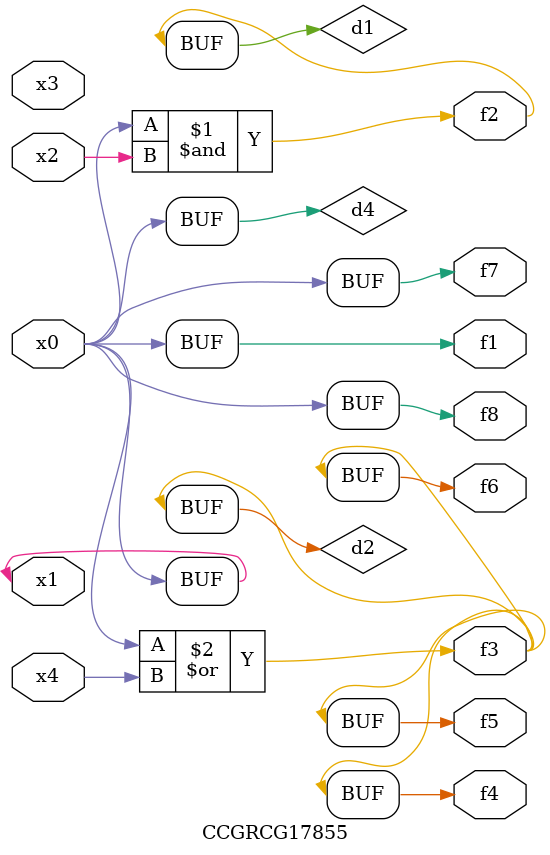
<source format=v>
module CCGRCG17855(
	input x0, x1, x2, x3, x4,
	output f1, f2, f3, f4, f5, f6, f7, f8
);

	wire d1, d2, d3, d4;

	and (d1, x0, x2);
	or (d2, x0, x4);
	nand (d3, x0, x2);
	buf (d4, x0, x1);
	assign f1 = d4;
	assign f2 = d1;
	assign f3 = d2;
	assign f4 = d2;
	assign f5 = d2;
	assign f6 = d2;
	assign f7 = d4;
	assign f8 = d4;
endmodule

</source>
